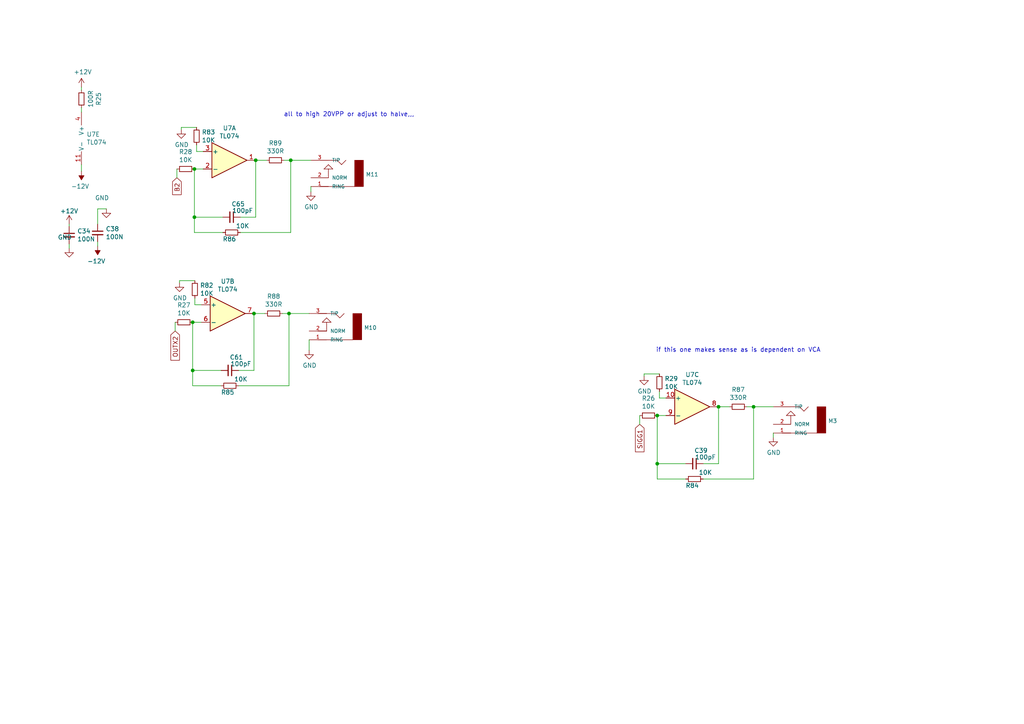
<source format=kicad_sch>
(kicad_sch (version 20211123) (generator eeschema)
  (paper "A4")
  (lib_symbols
    (symbol "Amplifier_Operational:TL074" (pin_names (offset 0.127))
      (property "Reference" "U" (at 0 5.08 0))
      (property "Value" "TL074" (at 0 -5.08 0))
      (symbol "TL074_1_1"
        (polyline (pts (xy -5.08 5.08) (xy 5.08 0) (xy -5.08 -5.08) (xy -5.08 5.08)) (stroke (width 0.254)) (fill (type background)))
        (pin output line (at 7.62 0 180) (length 2.54) (name "~") (number "1"))
        (pin input line (at -7.62 -2.54 0) (length 2.54) (name "-") (number "2"))
        (pin input line (at -7.62 2.54 0) (length 2.54) (name "+") (number "3"))
      )
      (symbol "TL074_2_1"
        (polyline (pts (xy -5.08 5.08) (xy 5.08 0) (xy -5.08 -5.08) (xy -5.08 5.08)) (stroke (width 0.254)) (fill (type background)))
        (pin input line (at -7.62 2.54 0) (length 2.54) (name "+") (number "5"))
        (pin input line (at -7.62 -2.54 0) (length 2.54) (name "-") (number "6"))
        (pin output line (at 7.62 0 180) (length 2.54) (name "~") (number "7"))
      )
      (symbol "TL074_3_1"
        (polyline (pts (xy -5.08 5.08) (xy 5.08 0) (xy -5.08 -5.08) (xy -5.08 5.08)) (stroke (width 0.254)) (fill (type background)))
        (pin input line (at -7.62 2.54 0) (length 2.54) (name "+") (number "10"))
        (pin output line (at 7.62 0 180) (length 2.54) (name "~") (number "8"))
        (pin input line (at -7.62 -2.54 0) (length 2.54) (name "-") (number "9"))
      )
      (symbol "TL074_4_1"
        (polyline (pts (xy -5.08 5.08) (xy 5.08 0) (xy -5.08 -5.08) (xy -5.08 5.08)) (stroke (width 0.254)) (fill (type background)))
        (pin input line (at -7.62 2.54 0) (length 2.54) (name "+") (number "12"))
        (pin input line (at -7.62 -2.54 0) (length 2.54) (name "-") (number "13"))
        (pin output line (at 7.62 0 180) (length 2.54) (name "~") (number "14"))
      )
      (symbol "TL074_5_1"
        (pin power_in line (at -2.54 -7.62 90) (length 3.81) (name "V-") (number "11"))
        (pin power_in line (at -2.54 7.62 270) (length 3.81) (name "V+") (number "4"))
      )
    )
    (symbol "Device:C_Small" (pin_numbers hide) (pin_names (offset 0.254) hide)
      (property "Reference" "C" (at 0.254 1.778 0))
      (property "Value" "C_Small" (at 0.254 -2.032 0))
      (symbol "C_Small_0_1"
        (polyline (pts (xy -1.524 -0.508) (xy 1.524 -0.508)) (stroke (width 0.3302)))
        (polyline (pts (xy -1.524 0.508) (xy 1.524 0.508)) (stroke (width 0.3048)))
      )
      (symbol "C_Small_1_1"
        (pin passive line (at 0 2.54 270) (length 2.032) (name "~") (number "1"))
        (pin passive line (at 0 -2.54 90) (length 2.032) (name "~") (number "2"))
      )
    )
    (symbol "Device:R_Small" (pin_numbers hide) (pin_names (offset 0.254) hide)
      (property "Reference" "R" (at 0.762 0.508 0))
      (property "Value" "R_Small" (at 0.762 -1.016 0))
      (symbol "R_Small_0_1"
        (rectangle (start -0.762 1.778) (end 0.762 -1.778) (stroke (width 0.2032)))
      )
      (symbol "R_Small_1_1"
        (pin passive line (at 0 2.54 270) (length 0.762) (name "~") (number "1"))
        (pin passive line (at 0 -2.54 90) (length 0.762) (name "~") (number "2"))
      )
    )
    (symbol "audio-jackerthenvar-pj398-allcolours-rescue:AUDIO-JACKERTHENVAR-PJ398-allcolours-rescue" (pin_names (offset 1.016))
      (property "Reference" "M4" (at 0.1524 5.5626 0))
      (symbol "AUDIO-JACKERTHENVAR-PJ398-allcolours-rescue_1_0"
        (polyline (pts (xy -5.08 2.54) (xy 5.08 2.54)))
        (polyline (pts (xy -2.54 -5.08) (xy -1.27 -3.81)))
        (polyline (pts (xy -1.27 -3.81) (xy 0 -5.08)))
        (polyline (pts (xy 0 -5.08) (xy 5.08 -5.08)))
        (polyline (pts (xy 1.27 -2.54) (xy 2.54 -2.54)))
        (polyline (pts (xy 2.54 -3.81) (xy 1.27 -2.54)))
        (polyline (pts (xy 2.54 -2.54) (xy 2.54 0)))
        (polyline (pts (xy 2.54 -2.54) (xy 3.81 -2.54)))
        (polyline (pts (xy 3.81 -2.54) (xy 2.54 -3.81)))
        (polyline (pts (xy 5.08 0) (xy 2.54 0)))
      )
      (symbol "AUDIO-JACKERTHENVAR-PJ398-allcolours-rescue_1_1"
        (rectangle (start -7.62 -5.08) (end -5.08 2.54) (fill (type outline)))
        (pin bidirectional line (at 7.62 2.54 180) (length 5.08) (name "RING") (number "1"))
        (pin bidirectional line (at 7.62 0 180) (length 5.08) (name "NORM") (number "2"))
        (pin bidirectional line (at 7.62 -5.08 180) (length 5.08) (name "TIP") (number "3"))
      )
    )
    (symbol "power:+12V" (power) (pin_names (offset 0))
      (property "Value" "+12V" (at 0 3.556 0))
      (symbol "+12V_0_1"
        (polyline (pts (xy -0.762 1.27) (xy 0 2.54)))
        (polyline (pts (xy 0 0) (xy 0 2.54)))
        (polyline (pts (xy 0 2.54) (xy 0.762 1.27)))
      )
      (symbol "+12V_1_1"
        (pin power_in line (at 0 0 90) (length 0) hide (name "+12V") (number "1"))
      )
    )
    (symbol "power:-12V" (power) (pin_names (offset 0))
      (property "Value" "-12V" (at 0 3.81 0))
      (symbol "-12V_0_0"
        (pin power_in line (at 0 0 90) (length 0) hide (name "-12V") (number "1"))
      )
      (symbol "-12V_0_1"
        (polyline (pts (xy 0 0) (xy 0 1.27) (xy 0.762 1.27) (xy 0 2.54) (xy -0.762 1.27) (xy 0 1.27)) (fill (type outline)))
      )
    )
    (symbol "power:GND" (power) (pin_names (offset 0))
      (property "Value" "GND" (at 0 -3.81 0))
      (symbol "GND_0_1"
        (polyline (pts (xy 0 0) (xy 0 -1.27) (xy 1.27 -1.27) (xy 0 -2.54) (xy -1.27 -1.27) (xy 0 -1.27)))
      )
      (symbol "GND_1_1"
        (pin power_in line (at 0 0 270) (length 0) hide (name "GND") (number "1"))
      )
    )
    (symbol "toad2-rescue:+12V-power-allcolours_analogue-rescue" (power) (pin_names (offset 0))
      (property "Value" "+12V-power-allcolours_analogue-rescue" (at 0 3.556 0))
      (symbol "+12V-power-allcolours_analogue-rescue_0_1"
        (polyline (pts (xy -0.762 1.27) (xy 0 2.54)))
        (polyline (pts (xy 0 0) (xy 0 2.54)))
        (polyline (pts (xy 0 2.54) (xy 0.762 1.27)))
      )
      (symbol "+12V-power-allcolours_analogue-rescue_1_1"
        (pin power_in line (at 0 0 90) (length 0) hide (name "+12V") (number "1"))
      )
    )
  )
  (junction (at 84.328 46.482))
  (junction (at 55.88 93.472))
  (junction (at 190.627 134.493))
  (junction (at 190.627 120.523))
  (junction (at 55.88 107.442))
  (junction (at 83.82 90.932))
  (junction (at 74.168 46.482))
  (junction (at 218.567 117.983))
  (junction (at 73.66 90.932))
  (junction (at 56.388 49.022))
  (junction (at 208.407 117.983))
  (junction (at 56.388 62.992))
  (wire (pts (xy 56.388 49.022) (xy 58.928 49.022)))
  (wire (pts (xy 52.578 36.957) (xy 57.023 36.957)))
  (wire (pts (xy 190.627 120.523) (xy 193.167 120.523)))
  (wire (pts (xy 56.515 88.392) (xy 58.42 88.392)))
  (wire (pts (xy 56.388 62.992) (xy 56.388 67.437)))
  (wire (pts (xy 56.515 86.487) (xy 56.515 88.392)))
  (wire (pts (xy 55.88 93.472) (xy 55.88 107.442)))
  (wire (pts (xy 203.962 138.938) (xy 218.567 138.938)))
  (wire (pts (xy 55.88 107.442) (xy 64.135 107.442)))
  (wire (pts (xy 82.423 46.482) (xy 84.328 46.482)))
  (wire (pts (xy 203.962 134.493) (xy 208.407 134.493)))
  (wire (pts (xy 218.567 117.983) (xy 224.282 117.983)))
  (wire (pts (xy 55.88 93.472) (xy 58.42 93.472)))
  (wire (pts (xy 69.215 111.887) (xy 83.82 111.887)))
  (wire (pts (xy 186.817 108.458) (xy 191.262 108.458)))
  (wire (pts (xy 208.407 117.983) (xy 211.582 117.983)))
  (wire (pts (xy 191.262 113.538) (xy 191.262 115.443)))
  (wire (pts (xy 23.622 31.242) (xy 23.622 32.512)))
  (wire (pts (xy 51.308 49.022) (xy 51.308 51.562)))
  (wire (pts (xy 23.622 47.752) (xy 23.622 49.657)))
  (wire (pts (xy 74.168 46.482) (xy 74.168 62.992)))
  (wire (pts (xy 90.17 54.102) (xy 90.17 55.626)))
  (wire (pts (xy 73.66 90.932) (xy 73.66 107.442)))
  (wire (pts (xy 81.915 90.932) (xy 83.82 90.932)))
  (wire (pts (xy 218.567 138.938) (xy 218.567 117.983)))
  (wire (pts (xy 56.388 62.992) (xy 64.643 62.992)))
  (wire (pts (xy 84.328 46.482) (xy 90.17 46.482)))
  (wire (pts (xy 208.407 117.983) (xy 208.407 134.493)))
  (wire (pts (xy 20.066 70.739) (xy 20.066 72.009)))
  (wire (pts (xy 55.88 107.442) (xy 55.88 111.887)))
  (wire (pts (xy 57.023 42.037) (xy 57.023 43.942)))
  (wire (pts (xy 190.627 134.493) (xy 190.627 138.938)))
  (wire (pts (xy 186.817 109.093) (xy 186.817 108.458)))
  (wire (pts (xy 55.88 111.887) (xy 64.135 111.887)))
  (wire (pts (xy 185.547 120.523) (xy 185.547 123.063)))
  (wire (pts (xy 89.662 98.552) (xy 89.662 101.6)))
  (wire (pts (xy 83.82 90.932) (xy 89.662 90.932)))
  (wire (pts (xy 28.321 60.579) (xy 30.861 60.579)))
  (wire (pts (xy 84.328 67.437) (xy 84.328 46.482)))
  (wire (pts (xy 190.627 134.493) (xy 198.882 134.493)))
  (wire (pts (xy 52.07 81.407) (xy 56.515 81.407)))
  (wire (pts (xy 190.627 120.523) (xy 190.627 134.493)))
  (wire (pts (xy 69.215 107.442) (xy 73.66 107.442)))
  (wire (pts (xy 190.627 138.938) (xy 198.882 138.938)))
  (wire (pts (xy 28.321 65.024) (xy 28.321 60.579)))
  (wire (pts (xy 28.321 70.104) (xy 28.321 71.374)))
  (wire (pts (xy 224.282 125.603) (xy 224.282 126.873)))
  (wire (pts (xy 69.723 62.992) (xy 74.168 62.992)))
  (wire (pts (xy 50.8 93.472) (xy 50.8 96.012)))
  (wire (pts (xy 216.662 117.983) (xy 218.567 117.983)))
  (wire (pts (xy 20.066 65.024) (xy 20.066 65.659)))
  (wire (pts (xy 56.388 49.022) (xy 56.388 62.992)))
  (wire (pts (xy 83.82 111.887) (xy 83.82 90.932)))
  (wire (pts (xy 52.07 82.042) (xy 52.07 81.407)))
  (wire (pts (xy 57.023 43.942) (xy 58.928 43.942)))
  (wire (pts (xy 74.168 46.482) (xy 77.343 46.482)))
  (wire (pts (xy 73.66 90.932) (xy 76.835 90.932)))
  (wire (pts (xy 69.723 67.437) (xy 84.328 67.437)))
  (wire (pts (xy 52.578 37.592) (xy 52.578 36.957)))
  (wire (pts (xy 56.388 67.437) (xy 64.643 67.437)))
  (wire (pts (xy 191.262 115.443) (xy 193.167 115.443)))
  (wire (pts (xy 23.622 25.273) (xy 23.622 26.162)))
  (text "all to high 20VPP or adjust to halve,,,\n" (at 82.296 34.036 0) (effects (font (size 1.27 1.27)) (justify left bottom)))
  (text "if this one makes sense as is dependent on VCA" (at 190.246 102.362 0) (effects (font (size 1.27 1.27)) (justify left bottom)))
  (global_label "OUTX2" (shape input) (at 50.8 96.012 270) (property "Intersheet References" "${INTERSHEET_REFS}" (effects hide)))
  (global_label "B2" (shape input) (at 51.308 51.562 270) (property "Intersheet References" "${INTERSHEET_REFS}" (effects hide)))
  (global_label "SIGG1" (shape input) (at 185.547 123.063 270) (property "Intersheet References" "${INTERSHEET_REFS}" (effects hide)))
  (symbol (lib_id "Device:R_Small") (at 53.848 49.022 90) (unit 1)
    (property "Reference" "R28" (at 53.848 44.0436 90))
    (property "Value" "10K" (at 53.848 46.355 90))
    (property "Footprint" "Resistor_SMD:R_0805_2012Metric" (effects hide))
  )
  (symbol (lib_id "Device:R_Small") (at 79.883 46.482 270) (unit 1)
    (property "Reference" "R89" (at 79.883 41.5036 90))
    (property "Value" "330R" (at 79.883 43.815 90))
    (property "Footprint" "Resistor_SMD:R_0805_2012Metric" (effects hide))
  )
  (symbol (lib_id "Device:R_Small") (at 67.183 67.437 270) (unit 1)
    (property "Reference" "R86" (at 66.548 69.342 90))
    (property "Value" "10K" (at 70.358 65.532 90))
    (property "Footprint" "Resistor_SMD:R_0805_2012Metric" (effects hide))
  )
  (symbol (lib_id "power:-12V") (at 23.622 49.657 180) (unit 1)
    (property "Reference" "#PWR058" (effects hide))
    (property "Value" "-12V" (at 23.241 54.0512 0))
  )
  (symbol (lib_id "power:+12V") (at 23.622 25.273 0) (unit 1)
    (property "Reference" "#PWR055" (effects hide))
    (property "Value" "+12V" (at 24.003 20.8788 0))
  )
  (symbol (lib_id "power:GND") (at 52.578 37.592 0) (unit 1)
    (property "Reference" "#PWR0152" (effects hide))
    (property "Value" "GND" (at 52.705 41.9862 0))
  )
  (symbol (lib_id "Device:C_Small") (at 67.183 62.992 270) (unit 1)
    (property "Reference" "C65" (at 69.088 59.182 90))
    (property "Value" "100pF" (at 70.358 61.087 90))
    (property "Footprint" "Capacitor_SMD:C_0805_2012Metric" (effects hide))
  )
  (symbol (lib_id "Device:R_Small") (at 57.023 39.497 180) (unit 1)
    (property "Reference" "R83" (at 58.5216 38.3286 0) (effects (justify right)))
    (property "Value" "10K" (at 58.5216 40.64 0) (effects (justify right)))
    (property "Footprint" "Resistor_SMD:R_0805_2012Metric" (effects hide))
  )
  (symbol (lib_id "power:GND") (at 90.17 55.626 0) (unit 1)
    (property "Reference" "#PWR0159" (effects hide))
    (property "Value" "GND" (at 90.297 60.0202 0))
  )
  (symbol (lib_id "Device:C_Small") (at 20.066 68.199 0) (unit 1)
    (property "Reference" "C34" (at 22.4028 67.0306 0) (effects (justify left)))
    (property "Value" "100N" (at 22.4028 69.342 0) (effects (justify left)))
    (property "Footprint" "Capacitor_SMD:C_0805_2012Metric" (effects hide))
  )
  (symbol (lib_id "Device:C_Small") (at 28.321 67.564 0) (unit 1)
    (property "Reference" "C38" (at 30.6578 66.3956 0) (effects (justify left)))
    (property "Value" "100N" (at 30.6578 68.707 0) (effects (justify left)))
    (property "Footprint" "Capacitor_SMD:C_0805_2012Metric" (effects hide))
  )
  (symbol (lib_id "toad2-rescue:+12V-power-allcolours_analogue-rescue") (at 20.066 65.024 0) (unit 1)
    (property "Reference" "#PWR053" (effects hide))
    (property "Value" "+12V-power" (at 20.066 61.214 0))
  )
  (symbol (lib_id "power:-12V") (at 28.321 71.374 180) (unit 1)
    (property "Reference" "#PWR059" (effects hide))
    (property "Value" "-12V" (at 27.94 75.7682 0))
  )
  (symbol (lib_id "power:GND") (at 20.066 72.009 0) (unit 1)
    (property "Reference" "#PWR054" (effects hide))
    (property "Value" "GND" (at 18.796 68.834 0))
  )
  (symbol (lib_id "power:GND") (at 30.861 60.579 0) (unit 1)
    (property "Reference" "#PWR060" (effects hide))
    (property "Value" "GND" (at 29.591 57.404 0))
  )
  (symbol (lib_id "Device:R_Small") (at 23.622 28.702 180) (unit 1)
    (property "Reference" "R25" (at 28.6004 28.702 90))
    (property "Value" "100R" (at 26.289 28.702 90))
    (property "Footprint" "Resistor_SMD:R_0805_2012Metric" (effects hide))
  )
  (symbol (lib_id "audio-jackerthenvar-pj398-allcolours-rescue:AUDIO-JACKERTHENVAR-PJ398-allcolours-rescue") (at 97.79 51.562 180) (unit 1)
    (property "Reference" "M11" (at 106.0958 50.5968 0) (effects (font (size 1.143 1.143)) (justify right)))
    (property "Value" "AUDIO-JACKERTHENVAR-PJ398" (effects hide))
    (property "Footprint" "new_kicad:Jack_3.5mm_QingPu_WQP-PJ398SM_Vertical_CircularHoles" (effects hide))
  )
  (symbol (lib_id "Amplifier_Operational:TL074") (at 66.548 46.482 0) (unit 1)
    (property "Reference" "U7" (at 66.548 37.1602 0))
    (property "Value" "TL074" (at 66.548 39.4716 0))
    (property "Footprint" "Package_SO:SOIC-14_3.9x8.7mm_P1.27mm" (effects hide))
    (property "Datasheet" "http://www.ti.com/lit/ds/symlink/tl071.pdf" (effects hide))
  )
  (symbol (lib_id "Amplifier_Operational:TL074") (at 26.162 40.132 0) (unit 5)
    (property "Reference" "U7" (at 25.0952 38.9636 0) (effects (justify left)))
    (property "Value" "TL074" (at 25.0952 41.275 0) (effects (justify left)))
    (property "Footprint" "Package_SO:SOIC-14_3.9x8.7mm_P1.27mm" (effects hide))
    (property "Datasheet" "http://www.ti.com/lit/ds/symlink/tl071.pdf" (effects hide))
  )
  (symbol (lib_id "Device:R_Small") (at 53.34 93.472 90) (unit 1)
    (property "Reference" "R27" (at 53.34 88.4936 90))
    (property "Value" "10K" (at 53.34 90.805 90))
    (property "Footprint" "Resistor_SMD:R_0805_2012Metric" (effects hide))
  )
  (symbol (lib_id "Device:R_Small") (at 79.375 90.932 270) (unit 1)
    (property "Reference" "R88" (at 79.375 85.9536 90))
    (property "Value" "330R" (at 79.375 88.265 90))
    (property "Footprint" "Resistor_SMD:R_0805_2012Metric" (effects hide))
  )
  (symbol (lib_id "Device:R_Small") (at 66.675 111.887 270) (unit 1)
    (property "Reference" "R85" (at 66.04 113.792 90))
    (property "Value" "10K" (at 69.85 109.982 90))
    (property "Footprint" "Resistor_SMD:R_0805_2012Metric" (effects hide))
  )
  (symbol (lib_id "power:GND") (at 52.07 82.042 0) (unit 1)
    (property "Reference" "#PWR062" (effects hide))
    (property "Value" "GND" (at 52.197 86.4362 0))
  )
  (symbol (lib_id "Device:C_Small") (at 66.675 107.442 270) (unit 1)
    (property "Reference" "C61" (at 68.58 103.632 90))
    (property "Value" "100pF" (at 69.85 105.537 90))
    (property "Footprint" "Capacitor_SMD:C_0805_2012Metric" (effects hide))
  )
  (symbol (lib_id "Device:R_Small") (at 56.515 83.947 180) (unit 1)
    (property "Reference" "R82" (at 58.0136 82.7786 0) (effects (justify right)))
    (property "Value" "10K" (at 58.0136 85.09 0) (effects (justify right)))
    (property "Footprint" "Resistor_SMD:R_0805_2012Metric" (effects hide))
  )
  (symbol (lib_id "power:GND") (at 89.662 101.6 0) (unit 1)
    (property "Reference" "#PWR0158" (effects hide))
    (property "Value" "GND" (at 89.789 105.9942 0))
  )
  (symbol (lib_id "audio-jackerthenvar-pj398-allcolours-rescue:AUDIO-JACKERTHENVAR-PJ398-allcolours-rescue") (at 97.282 96.012 180) (unit 1)
    (property "Reference" "M10" (at 105.5878 95.0468 0) (effects (font (size 1.143 1.143)) (justify right)))
    (property "Value" "AUDIO-JACKERTHENVAR-PJ398" (effects hide))
    (property "Footprint" "new_kicad:Jack_3.5mm_QingPu_WQP-PJ398SM_Vertical_CircularHoles" (effects hide))
  )
  (symbol (lib_id "Device:R_Small") (at 188.087 120.523 90) (unit 1)
    (property "Reference" "R26" (at 188.087 115.5446 90))
    (property "Value" "10K" (at 188.087 117.856 90))
    (property "Footprint" "Resistor_SMD:R_0805_2012Metric" (effects hide))
  )
  (symbol (lib_id "Device:R_Small") (at 214.122 117.983 270) (unit 1)
    (property "Reference" "R87" (at 214.122 113.0046 90))
    (property "Value" "330R" (at 214.122 115.316 90))
    (property "Footprint" "Resistor_SMD:R_0805_2012Metric" (effects hide))
  )
  (symbol (lib_id "Device:R_Small") (at 201.422 138.938 270) (unit 1)
    (property "Reference" "R84" (at 200.787 140.843 90))
    (property "Value" "10K" (at 204.597 137.033 90))
    (property "Footprint" "Resistor_SMD:R_0805_2012Metric" (effects hide))
  )
  (symbol (lib_id "power:GND") (at 186.817 109.093 0) (unit 1)
    (property "Reference" "#PWR061" (effects hide))
    (property "Value" "GND" (at 186.944 113.4872 0))
  )
  (symbol (lib_id "Device:C_Small") (at 201.422 134.493 270) (unit 1)
    (property "Reference" "C39" (at 203.327 130.683 90))
    (property "Value" "100pF" (at 204.597 132.588 90))
    (property "Footprint" "Capacitor_SMD:C_0805_2012Metric" (effects hide))
  )
  (symbol (lib_id "Device:R_Small") (at 191.262 110.998 180) (unit 1)
    (property "Reference" "R29" (at 192.7606 109.8296 0) (effects (justify right)))
    (property "Value" "10K" (at 192.7606 112.141 0) (effects (justify right)))
    (property "Footprint" "Resistor_SMD:R_0805_2012Metric" (effects hide))
  )
  (symbol (lib_id "power:GND") (at 224.282 126.873 0) (unit 1)
    (property "Reference" "#PWR0156" (effects hide))
    (property "Value" "GND" (at 224.409 131.2672 0))
  )
  (symbol (lib_id "audio-jackerthenvar-pj398-allcolours-rescue:AUDIO-JACKERTHENVAR-PJ398-allcolours-rescue") (at 231.902 123.063 180) (unit 1)
    (property "Reference" "M3" (at 240.2078 122.0978 0) (effects (font (size 1.143 1.143)) (justify right)))
    (property "Value" "AUDIO-JACKERTHENVAR-PJ398" (effects hide))
    (property "Footprint" "new_kicad:Jack_3.5mm_QingPu_WQP-PJ398SM_Vertical_CircularHoles" (effects hide))
  )
  (symbol (lib_id "Amplifier_Operational:TL074") (at 66.04 90.932 0) (unit 2)
    (property "Reference" "U7" (at 66.04 81.6102 0))
    (property "Value" "TL074" (at 66.04 83.9216 0))
    (property "Footprint" "Package_SO:SOIC-14_3.9x8.7mm_P1.27mm" (effects hide))
    (property "Datasheet" "http://www.ti.com/lit/ds/symlink/tl071.pdf" (effects hide))
  )
  (symbol (lib_id "Amplifier_Operational:TL074") (at 200.787 117.983 0) (unit 3)
    (property "Reference" "U7" (at 200.787 108.6612 0))
    (property "Value" "TL074" (at 200.787 110.9726 0))
    (property "Footprint" "Package_SO:SOIC-14_3.9x8.7mm_P1.27mm" (effects hide))
    (property "Datasheet" "http://www.ti.com/lit/ds/symlink/tl071.pdf" (effects hide))
  )
)
</source>
